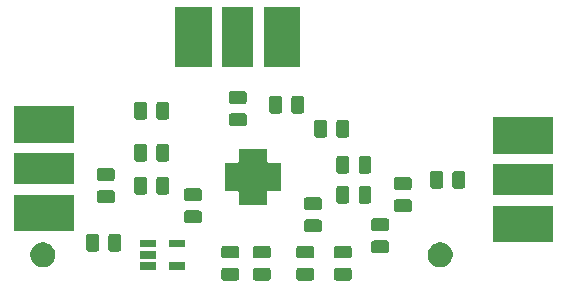
<source format=gts>
G04 #@! TF.GenerationSoftware,KiCad,Pcbnew,5.0.2-bee76a0~70~ubuntu18.04.1*
G04 #@! TF.CreationDate,2019-03-07T22:18:03-05:00*
G04 #@! TF.ProjectId,mixer,6d697865-722e-46b6-9963-61645f706362,rev?*
G04 #@! TF.SameCoordinates,Original*
G04 #@! TF.FileFunction,Soldermask,Top*
G04 #@! TF.FilePolarity,Negative*
%FSLAX46Y46*%
G04 Gerber Fmt 4.6, Leading zero omitted, Abs format (unit mm)*
G04 Created by KiCad (PCBNEW 5.0.2-bee76a0~70~ubuntu18.04.1) date Thu 07 Mar 2019 10:18:03 PM EST*
%MOMM*%
%LPD*%
G01*
G04 APERTURE LIST*
%ADD10C,0.100000*%
G04 APERTURE END LIST*
D10*
G36*
X144094466Y-88747065D02*
X144133137Y-88758796D01*
X144168779Y-88777848D01*
X144200017Y-88803483D01*
X144225652Y-88834721D01*
X144244704Y-88870363D01*
X144256435Y-88909034D01*
X144261000Y-88955388D01*
X144261000Y-89606612D01*
X144256435Y-89652966D01*
X144244704Y-89691637D01*
X144225652Y-89727279D01*
X144200017Y-89758517D01*
X144168779Y-89784152D01*
X144133137Y-89803204D01*
X144094466Y-89814935D01*
X144048112Y-89819500D01*
X142971888Y-89819500D01*
X142925534Y-89814935D01*
X142886863Y-89803204D01*
X142851221Y-89784152D01*
X142819983Y-89758517D01*
X142794348Y-89727279D01*
X142775296Y-89691637D01*
X142763565Y-89652966D01*
X142759000Y-89606612D01*
X142759000Y-88955388D01*
X142763565Y-88909034D01*
X142775296Y-88870363D01*
X142794348Y-88834721D01*
X142819983Y-88803483D01*
X142851221Y-88777848D01*
X142886863Y-88758796D01*
X142925534Y-88747065D01*
X142971888Y-88742500D01*
X144048112Y-88742500D01*
X144094466Y-88747065D01*
X144094466Y-88747065D01*
G37*
G36*
X140919466Y-88747065D02*
X140958137Y-88758796D01*
X140993779Y-88777848D01*
X141025017Y-88803483D01*
X141050652Y-88834721D01*
X141069704Y-88870363D01*
X141081435Y-88909034D01*
X141086000Y-88955388D01*
X141086000Y-89606612D01*
X141081435Y-89652966D01*
X141069704Y-89691637D01*
X141050652Y-89727279D01*
X141025017Y-89758517D01*
X140993779Y-89784152D01*
X140958137Y-89803204D01*
X140919466Y-89814935D01*
X140873112Y-89819500D01*
X139796888Y-89819500D01*
X139750534Y-89814935D01*
X139711863Y-89803204D01*
X139676221Y-89784152D01*
X139644983Y-89758517D01*
X139619348Y-89727279D01*
X139600296Y-89691637D01*
X139588565Y-89652966D01*
X139584000Y-89606612D01*
X139584000Y-88955388D01*
X139588565Y-88909034D01*
X139600296Y-88870363D01*
X139619348Y-88834721D01*
X139644983Y-88803483D01*
X139676221Y-88777848D01*
X139711863Y-88758796D01*
X139750534Y-88747065D01*
X139796888Y-88742500D01*
X140873112Y-88742500D01*
X140919466Y-88747065D01*
X140919466Y-88747065D01*
G37*
G36*
X137236466Y-88747065D02*
X137275137Y-88758796D01*
X137310779Y-88777848D01*
X137342017Y-88803483D01*
X137367652Y-88834721D01*
X137386704Y-88870363D01*
X137398435Y-88909034D01*
X137403000Y-88955388D01*
X137403000Y-89606612D01*
X137398435Y-89652966D01*
X137386704Y-89691637D01*
X137367652Y-89727279D01*
X137342017Y-89758517D01*
X137310779Y-89784152D01*
X137275137Y-89803204D01*
X137236466Y-89814935D01*
X137190112Y-89819500D01*
X136113888Y-89819500D01*
X136067534Y-89814935D01*
X136028863Y-89803204D01*
X135993221Y-89784152D01*
X135961983Y-89758517D01*
X135936348Y-89727279D01*
X135917296Y-89691637D01*
X135905565Y-89652966D01*
X135901000Y-89606612D01*
X135901000Y-88955388D01*
X135905565Y-88909034D01*
X135917296Y-88870363D01*
X135936348Y-88834721D01*
X135961983Y-88803483D01*
X135993221Y-88777848D01*
X136028863Y-88758796D01*
X136067534Y-88747065D01*
X136113888Y-88742500D01*
X137190112Y-88742500D01*
X137236466Y-88747065D01*
X137236466Y-88747065D01*
G37*
G36*
X134569466Y-88747065D02*
X134608137Y-88758796D01*
X134643779Y-88777848D01*
X134675017Y-88803483D01*
X134700652Y-88834721D01*
X134719704Y-88870363D01*
X134731435Y-88909034D01*
X134736000Y-88955388D01*
X134736000Y-89606612D01*
X134731435Y-89652966D01*
X134719704Y-89691637D01*
X134700652Y-89727279D01*
X134675017Y-89758517D01*
X134643779Y-89784152D01*
X134608137Y-89803204D01*
X134569466Y-89814935D01*
X134523112Y-89819500D01*
X133446888Y-89819500D01*
X133400534Y-89814935D01*
X133361863Y-89803204D01*
X133326221Y-89784152D01*
X133294983Y-89758517D01*
X133269348Y-89727279D01*
X133250296Y-89691637D01*
X133238565Y-89652966D01*
X133234000Y-89606612D01*
X133234000Y-88955388D01*
X133238565Y-88909034D01*
X133250296Y-88870363D01*
X133269348Y-88834721D01*
X133294983Y-88803483D01*
X133326221Y-88777848D01*
X133361863Y-88758796D01*
X133400534Y-88747065D01*
X133446888Y-88742500D01*
X134523112Y-88742500D01*
X134569466Y-88747065D01*
X134569466Y-88747065D01*
G37*
G36*
X130175200Y-88900200D02*
X128803200Y-88900200D01*
X128803200Y-88239400D01*
X130175200Y-88239400D01*
X130175200Y-88900200D01*
X130175200Y-88900200D01*
G37*
G36*
X127736800Y-88900200D02*
X126364800Y-88900200D01*
X126364800Y-88239400D01*
X127736800Y-88239400D01*
X127736800Y-88900200D01*
X127736800Y-88900200D01*
G37*
G36*
X118416414Y-86619879D02*
X118416416Y-86619880D01*
X118416417Y-86619880D01*
X118599584Y-86695750D01*
X118607594Y-86699068D01*
X118779651Y-86814033D01*
X118925967Y-86960349D01*
X118925969Y-86960352D01*
X119040932Y-87132406D01*
X119118480Y-87319623D01*
X119120121Y-87323586D01*
X119160490Y-87526534D01*
X119160490Y-87733466D01*
X119120121Y-87936414D01*
X119040932Y-88127594D01*
X118925967Y-88299651D01*
X118779651Y-88445967D01*
X118779648Y-88445969D01*
X118607594Y-88560932D01*
X118416417Y-88640120D01*
X118416416Y-88640120D01*
X118416414Y-88640121D01*
X118213466Y-88680490D01*
X118006534Y-88680490D01*
X117803586Y-88640121D01*
X117803584Y-88640120D01*
X117803583Y-88640120D01*
X117612406Y-88560932D01*
X117440352Y-88445969D01*
X117440349Y-88445967D01*
X117294033Y-88299651D01*
X117179068Y-88127594D01*
X117099879Y-87936414D01*
X117059510Y-87733466D01*
X117059510Y-87526534D01*
X117099879Y-87323586D01*
X117101521Y-87319623D01*
X117179068Y-87132406D01*
X117294031Y-86960352D01*
X117294033Y-86960349D01*
X117440349Y-86814033D01*
X117612406Y-86699068D01*
X117620416Y-86695750D01*
X117803583Y-86619880D01*
X117803584Y-86619880D01*
X117803586Y-86619879D01*
X118006534Y-86579510D01*
X118213466Y-86579510D01*
X118416414Y-86619879D01*
X118416414Y-86619879D01*
G37*
G36*
X152071414Y-86619879D02*
X152071416Y-86619880D01*
X152071417Y-86619880D01*
X152254584Y-86695750D01*
X152262594Y-86699068D01*
X152434651Y-86814033D01*
X152580967Y-86960349D01*
X152580969Y-86960352D01*
X152695932Y-87132406D01*
X152773480Y-87319623D01*
X152775121Y-87323586D01*
X152815490Y-87526534D01*
X152815490Y-87733466D01*
X152775121Y-87936414D01*
X152695932Y-88127594D01*
X152580967Y-88299651D01*
X152434651Y-88445967D01*
X152434648Y-88445969D01*
X152262594Y-88560932D01*
X152071417Y-88640120D01*
X152071416Y-88640120D01*
X152071414Y-88640121D01*
X151868466Y-88680490D01*
X151661534Y-88680490D01*
X151458586Y-88640121D01*
X151458584Y-88640120D01*
X151458583Y-88640120D01*
X151267406Y-88560932D01*
X151095352Y-88445969D01*
X151095349Y-88445967D01*
X150949033Y-88299651D01*
X150834068Y-88127594D01*
X150754879Y-87936414D01*
X150714510Y-87733466D01*
X150714510Y-87526534D01*
X150754879Y-87323586D01*
X150756521Y-87319623D01*
X150834068Y-87132406D01*
X150949031Y-86960352D01*
X150949033Y-86960349D01*
X151095349Y-86814033D01*
X151267406Y-86699068D01*
X151275416Y-86695750D01*
X151458583Y-86619880D01*
X151458584Y-86619880D01*
X151458586Y-86619879D01*
X151661534Y-86579510D01*
X151868466Y-86579510D01*
X152071414Y-86619879D01*
X152071414Y-86619879D01*
G37*
G36*
X127736800Y-87960400D02*
X126364800Y-87960400D01*
X126364800Y-87299600D01*
X127736800Y-87299600D01*
X127736800Y-87960400D01*
X127736800Y-87960400D01*
G37*
G36*
X134569466Y-86872065D02*
X134608137Y-86883796D01*
X134643779Y-86902848D01*
X134675017Y-86928483D01*
X134700652Y-86959721D01*
X134719704Y-86995363D01*
X134731435Y-87034034D01*
X134736000Y-87080388D01*
X134736000Y-87731612D01*
X134731435Y-87777966D01*
X134719704Y-87816637D01*
X134700652Y-87852279D01*
X134675017Y-87883517D01*
X134643779Y-87909152D01*
X134608137Y-87928204D01*
X134569466Y-87939935D01*
X134523112Y-87944500D01*
X133446888Y-87944500D01*
X133400534Y-87939935D01*
X133361863Y-87928204D01*
X133326221Y-87909152D01*
X133294983Y-87883517D01*
X133269348Y-87852279D01*
X133250296Y-87816637D01*
X133238565Y-87777966D01*
X133234000Y-87731612D01*
X133234000Y-87080388D01*
X133238565Y-87034034D01*
X133250296Y-86995363D01*
X133269348Y-86959721D01*
X133294983Y-86928483D01*
X133326221Y-86902848D01*
X133361863Y-86883796D01*
X133400534Y-86872065D01*
X133446888Y-86867500D01*
X134523112Y-86867500D01*
X134569466Y-86872065D01*
X134569466Y-86872065D01*
G37*
G36*
X137236466Y-86872065D02*
X137275137Y-86883796D01*
X137310779Y-86902848D01*
X137342017Y-86928483D01*
X137367652Y-86959721D01*
X137386704Y-86995363D01*
X137398435Y-87034034D01*
X137403000Y-87080388D01*
X137403000Y-87731612D01*
X137398435Y-87777966D01*
X137386704Y-87816637D01*
X137367652Y-87852279D01*
X137342017Y-87883517D01*
X137310779Y-87909152D01*
X137275137Y-87928204D01*
X137236466Y-87939935D01*
X137190112Y-87944500D01*
X136113888Y-87944500D01*
X136067534Y-87939935D01*
X136028863Y-87928204D01*
X135993221Y-87909152D01*
X135961983Y-87883517D01*
X135936348Y-87852279D01*
X135917296Y-87816637D01*
X135905565Y-87777966D01*
X135901000Y-87731612D01*
X135901000Y-87080388D01*
X135905565Y-87034034D01*
X135917296Y-86995363D01*
X135936348Y-86959721D01*
X135961983Y-86928483D01*
X135993221Y-86902848D01*
X136028863Y-86883796D01*
X136067534Y-86872065D01*
X136113888Y-86867500D01*
X137190112Y-86867500D01*
X137236466Y-86872065D01*
X137236466Y-86872065D01*
G37*
G36*
X140919466Y-86872065D02*
X140958137Y-86883796D01*
X140993779Y-86902848D01*
X141025017Y-86928483D01*
X141050652Y-86959721D01*
X141069704Y-86995363D01*
X141081435Y-87034034D01*
X141086000Y-87080388D01*
X141086000Y-87731612D01*
X141081435Y-87777966D01*
X141069704Y-87816637D01*
X141050652Y-87852279D01*
X141025017Y-87883517D01*
X140993779Y-87909152D01*
X140958137Y-87928204D01*
X140919466Y-87939935D01*
X140873112Y-87944500D01*
X139796888Y-87944500D01*
X139750534Y-87939935D01*
X139711863Y-87928204D01*
X139676221Y-87909152D01*
X139644983Y-87883517D01*
X139619348Y-87852279D01*
X139600296Y-87816637D01*
X139588565Y-87777966D01*
X139584000Y-87731612D01*
X139584000Y-87080388D01*
X139588565Y-87034034D01*
X139600296Y-86995363D01*
X139619348Y-86959721D01*
X139644983Y-86928483D01*
X139676221Y-86902848D01*
X139711863Y-86883796D01*
X139750534Y-86872065D01*
X139796888Y-86867500D01*
X140873112Y-86867500D01*
X140919466Y-86872065D01*
X140919466Y-86872065D01*
G37*
G36*
X144094466Y-86872065D02*
X144133137Y-86883796D01*
X144168779Y-86902848D01*
X144200017Y-86928483D01*
X144225652Y-86959721D01*
X144244704Y-86995363D01*
X144256435Y-87034034D01*
X144261000Y-87080388D01*
X144261000Y-87731612D01*
X144256435Y-87777966D01*
X144244704Y-87816637D01*
X144225652Y-87852279D01*
X144200017Y-87883517D01*
X144168779Y-87909152D01*
X144133137Y-87928204D01*
X144094466Y-87939935D01*
X144048112Y-87944500D01*
X142971888Y-87944500D01*
X142925534Y-87939935D01*
X142886863Y-87928204D01*
X142851221Y-87909152D01*
X142819983Y-87883517D01*
X142794348Y-87852279D01*
X142775296Y-87816637D01*
X142763565Y-87777966D01*
X142759000Y-87731612D01*
X142759000Y-87080388D01*
X142763565Y-87034034D01*
X142775296Y-86995363D01*
X142794348Y-86959721D01*
X142819983Y-86928483D01*
X142851221Y-86902848D01*
X142886863Y-86883796D01*
X142925534Y-86872065D01*
X142971888Y-86867500D01*
X144048112Y-86867500D01*
X144094466Y-86872065D01*
X144094466Y-86872065D01*
G37*
G36*
X147269466Y-86431065D02*
X147308137Y-86442796D01*
X147343779Y-86461848D01*
X147375017Y-86487483D01*
X147400652Y-86518721D01*
X147419704Y-86554363D01*
X147431435Y-86593034D01*
X147436000Y-86639388D01*
X147436000Y-87290612D01*
X147431435Y-87336966D01*
X147419704Y-87375637D01*
X147400652Y-87411279D01*
X147375017Y-87442517D01*
X147343779Y-87468152D01*
X147308137Y-87487204D01*
X147269466Y-87498935D01*
X147223112Y-87503500D01*
X146146888Y-87503500D01*
X146100534Y-87498935D01*
X146061863Y-87487204D01*
X146026221Y-87468152D01*
X145994983Y-87442517D01*
X145969348Y-87411279D01*
X145950296Y-87375637D01*
X145938565Y-87336966D01*
X145934000Y-87290612D01*
X145934000Y-86639388D01*
X145938565Y-86593034D01*
X145950296Y-86554363D01*
X145969348Y-86518721D01*
X145994983Y-86487483D01*
X146026221Y-86461848D01*
X146061863Y-86442796D01*
X146100534Y-86431065D01*
X146146888Y-86426500D01*
X147223112Y-86426500D01*
X147269466Y-86431065D01*
X147269466Y-86431065D01*
G37*
G36*
X124577966Y-85867565D02*
X124616637Y-85879296D01*
X124652279Y-85898348D01*
X124683517Y-85923983D01*
X124709152Y-85955221D01*
X124728204Y-85990863D01*
X124739935Y-86029534D01*
X124744500Y-86075888D01*
X124744500Y-87152112D01*
X124739935Y-87198466D01*
X124728204Y-87237137D01*
X124709152Y-87272779D01*
X124683517Y-87304017D01*
X124652279Y-87329652D01*
X124616637Y-87348704D01*
X124577966Y-87360435D01*
X124531612Y-87365000D01*
X123880388Y-87365000D01*
X123834034Y-87360435D01*
X123795363Y-87348704D01*
X123759721Y-87329652D01*
X123728483Y-87304017D01*
X123702848Y-87272779D01*
X123683796Y-87237137D01*
X123672065Y-87198466D01*
X123667500Y-87152112D01*
X123667500Y-86075888D01*
X123672065Y-86029534D01*
X123683796Y-85990863D01*
X123702848Y-85955221D01*
X123728483Y-85923983D01*
X123759721Y-85898348D01*
X123795363Y-85879296D01*
X123834034Y-85867565D01*
X123880388Y-85863000D01*
X124531612Y-85863000D01*
X124577966Y-85867565D01*
X124577966Y-85867565D01*
G37*
G36*
X122702966Y-85867565D02*
X122741637Y-85879296D01*
X122777279Y-85898348D01*
X122808517Y-85923983D01*
X122834152Y-85955221D01*
X122853204Y-85990863D01*
X122864935Y-86029534D01*
X122869500Y-86075888D01*
X122869500Y-87152112D01*
X122864935Y-87198466D01*
X122853204Y-87237137D01*
X122834152Y-87272779D01*
X122808517Y-87304017D01*
X122777279Y-87329652D01*
X122741637Y-87348704D01*
X122702966Y-87360435D01*
X122656612Y-87365000D01*
X122005388Y-87365000D01*
X121959034Y-87360435D01*
X121920363Y-87348704D01*
X121884721Y-87329652D01*
X121853483Y-87304017D01*
X121827848Y-87272779D01*
X121808796Y-87237137D01*
X121797065Y-87198466D01*
X121792500Y-87152112D01*
X121792500Y-86075888D01*
X121797065Y-86029534D01*
X121808796Y-85990863D01*
X121827848Y-85955221D01*
X121853483Y-85923983D01*
X121884721Y-85898348D01*
X121920363Y-85879296D01*
X121959034Y-85867565D01*
X122005388Y-85863000D01*
X122656612Y-85863000D01*
X122702966Y-85867565D01*
X122702966Y-85867565D01*
G37*
G36*
X130175200Y-87020600D02*
X128803200Y-87020600D01*
X128803200Y-86359800D01*
X130175200Y-86359800D01*
X130175200Y-87020600D01*
X130175200Y-87020600D01*
G37*
G36*
X127736800Y-87020600D02*
X126364800Y-87020600D01*
X126364800Y-86359800D01*
X127736800Y-86359800D01*
X127736800Y-87020600D01*
X127736800Y-87020600D01*
G37*
G36*
X161301000Y-86581000D02*
X156199000Y-86581000D01*
X156199000Y-83479000D01*
X161301000Y-83479000D01*
X161301000Y-86581000D01*
X161301000Y-86581000D01*
G37*
G36*
X141554466Y-84653065D02*
X141593137Y-84664796D01*
X141628779Y-84683848D01*
X141660017Y-84709483D01*
X141685652Y-84740721D01*
X141704704Y-84776363D01*
X141716435Y-84815034D01*
X141721000Y-84861388D01*
X141721000Y-85512612D01*
X141716435Y-85558966D01*
X141704704Y-85597637D01*
X141685652Y-85633279D01*
X141660017Y-85664517D01*
X141628779Y-85690152D01*
X141593137Y-85709204D01*
X141554466Y-85720935D01*
X141508112Y-85725500D01*
X140431888Y-85725500D01*
X140385534Y-85720935D01*
X140346863Y-85709204D01*
X140311221Y-85690152D01*
X140279983Y-85664517D01*
X140254348Y-85633279D01*
X140235296Y-85597637D01*
X140223565Y-85558966D01*
X140219000Y-85512612D01*
X140219000Y-84861388D01*
X140223565Y-84815034D01*
X140235296Y-84776363D01*
X140254348Y-84740721D01*
X140279983Y-84709483D01*
X140311221Y-84683848D01*
X140346863Y-84664796D01*
X140385534Y-84653065D01*
X140431888Y-84648500D01*
X141508112Y-84648500D01*
X141554466Y-84653065D01*
X141554466Y-84653065D01*
G37*
G36*
X120788000Y-85649000D02*
X115686000Y-85649000D01*
X115686000Y-82547000D01*
X120788000Y-82547000D01*
X120788000Y-85649000D01*
X120788000Y-85649000D01*
G37*
G36*
X147269466Y-84556065D02*
X147308137Y-84567796D01*
X147343779Y-84586848D01*
X147375017Y-84612483D01*
X147400652Y-84643721D01*
X147419704Y-84679363D01*
X147431435Y-84718034D01*
X147436000Y-84764388D01*
X147436000Y-85415612D01*
X147431435Y-85461966D01*
X147419704Y-85500637D01*
X147400652Y-85536279D01*
X147375017Y-85567517D01*
X147343779Y-85593152D01*
X147308137Y-85612204D01*
X147269466Y-85623935D01*
X147223112Y-85628500D01*
X146146888Y-85628500D01*
X146100534Y-85623935D01*
X146061863Y-85612204D01*
X146026221Y-85593152D01*
X145994983Y-85567517D01*
X145969348Y-85536279D01*
X145950296Y-85500637D01*
X145938565Y-85461966D01*
X145934000Y-85415612D01*
X145934000Y-84764388D01*
X145938565Y-84718034D01*
X145950296Y-84679363D01*
X145969348Y-84643721D01*
X145994983Y-84612483D01*
X146026221Y-84586848D01*
X146061863Y-84567796D01*
X146100534Y-84556065D01*
X146146888Y-84551500D01*
X147223112Y-84551500D01*
X147269466Y-84556065D01*
X147269466Y-84556065D01*
G37*
G36*
X131394466Y-83891065D02*
X131433137Y-83902796D01*
X131468779Y-83921848D01*
X131500017Y-83947483D01*
X131525652Y-83978721D01*
X131544704Y-84014363D01*
X131556435Y-84053034D01*
X131561000Y-84099388D01*
X131561000Y-84750612D01*
X131556435Y-84796966D01*
X131544704Y-84835637D01*
X131525652Y-84871279D01*
X131500017Y-84902517D01*
X131468779Y-84928152D01*
X131433137Y-84947204D01*
X131394466Y-84958935D01*
X131348112Y-84963500D01*
X130271888Y-84963500D01*
X130225534Y-84958935D01*
X130186863Y-84947204D01*
X130151221Y-84928152D01*
X130119983Y-84902517D01*
X130094348Y-84871279D01*
X130075296Y-84835637D01*
X130063565Y-84796966D01*
X130059000Y-84750612D01*
X130059000Y-84099388D01*
X130063565Y-84053034D01*
X130075296Y-84014363D01*
X130094348Y-83978721D01*
X130119983Y-83947483D01*
X130151221Y-83921848D01*
X130186863Y-83902796D01*
X130225534Y-83891065D01*
X130271888Y-83886500D01*
X131348112Y-83886500D01*
X131394466Y-83891065D01*
X131394466Y-83891065D01*
G37*
G36*
X149174466Y-82953565D02*
X149213137Y-82965296D01*
X149248779Y-82984348D01*
X149280017Y-83009983D01*
X149305652Y-83041221D01*
X149324704Y-83076863D01*
X149336435Y-83115534D01*
X149341000Y-83161888D01*
X149341000Y-83813112D01*
X149336435Y-83859466D01*
X149324704Y-83898137D01*
X149305652Y-83933779D01*
X149280017Y-83965017D01*
X149248779Y-83990652D01*
X149213137Y-84009704D01*
X149174466Y-84021435D01*
X149128112Y-84026000D01*
X148051888Y-84026000D01*
X148005534Y-84021435D01*
X147966863Y-84009704D01*
X147931221Y-83990652D01*
X147899983Y-83965017D01*
X147874348Y-83933779D01*
X147855296Y-83898137D01*
X147843565Y-83859466D01*
X147839000Y-83813112D01*
X147839000Y-83161888D01*
X147843565Y-83115534D01*
X147855296Y-83076863D01*
X147874348Y-83041221D01*
X147899983Y-83009983D01*
X147931221Y-82984348D01*
X147966863Y-82965296D01*
X148005534Y-82953565D01*
X148051888Y-82949000D01*
X149128112Y-82949000D01*
X149174466Y-82953565D01*
X149174466Y-82953565D01*
G37*
G36*
X141554466Y-82778065D02*
X141593137Y-82789796D01*
X141628779Y-82808848D01*
X141660017Y-82834483D01*
X141685652Y-82865721D01*
X141704704Y-82901363D01*
X141716435Y-82940034D01*
X141721000Y-82986388D01*
X141721000Y-83637612D01*
X141716435Y-83683966D01*
X141704704Y-83722637D01*
X141685652Y-83758279D01*
X141660017Y-83789517D01*
X141628779Y-83815152D01*
X141593137Y-83834204D01*
X141554466Y-83845935D01*
X141508112Y-83850500D01*
X140431888Y-83850500D01*
X140385534Y-83845935D01*
X140346863Y-83834204D01*
X140311221Y-83815152D01*
X140279983Y-83789517D01*
X140254348Y-83758279D01*
X140235296Y-83722637D01*
X140223565Y-83683966D01*
X140219000Y-83637612D01*
X140219000Y-82986388D01*
X140223565Y-82940034D01*
X140235296Y-82901363D01*
X140254348Y-82865721D01*
X140279983Y-82834483D01*
X140311221Y-82808848D01*
X140346863Y-82789796D01*
X140385534Y-82778065D01*
X140431888Y-82773500D01*
X141508112Y-82773500D01*
X141554466Y-82778065D01*
X141554466Y-82778065D01*
G37*
G36*
X137084000Y-79707000D02*
X137086402Y-79731386D01*
X137093515Y-79754835D01*
X137105066Y-79776446D01*
X137120612Y-79795388D01*
X137139554Y-79810934D01*
X137161165Y-79822485D01*
X137184614Y-79829598D01*
X137209000Y-79832000D01*
X138252400Y-79832000D01*
X138252400Y-82220000D01*
X137209000Y-82220000D01*
X137184614Y-82222402D01*
X137161165Y-82229515D01*
X137139554Y-82241066D01*
X137120612Y-82256612D01*
X137105066Y-82275554D01*
X137093515Y-82297165D01*
X137086402Y-82320614D01*
X137084000Y-82345000D01*
X137084000Y-83388400D01*
X134696000Y-83388400D01*
X134696000Y-82345000D01*
X134693598Y-82320614D01*
X134686485Y-82297165D01*
X134674934Y-82275554D01*
X134659388Y-82256612D01*
X134640446Y-82241066D01*
X134618835Y-82229515D01*
X134595386Y-82222402D01*
X134571000Y-82220000D01*
X133527600Y-82220000D01*
X133527600Y-79832000D01*
X134571000Y-79832000D01*
X134595386Y-79829598D01*
X134618835Y-79822485D01*
X134640446Y-79810934D01*
X134659388Y-79795388D01*
X134674934Y-79776446D01*
X134686485Y-79754835D01*
X134693598Y-79731386D01*
X134696000Y-79707000D01*
X134696000Y-78663600D01*
X137084000Y-78663600D01*
X137084000Y-79707000D01*
X137084000Y-79707000D01*
G37*
G36*
X145756966Y-81803565D02*
X145795637Y-81815296D01*
X145831279Y-81834348D01*
X145862517Y-81859983D01*
X145888152Y-81891221D01*
X145907204Y-81926863D01*
X145918935Y-81965534D01*
X145923500Y-82011888D01*
X145923500Y-83088112D01*
X145918935Y-83134466D01*
X145907204Y-83173137D01*
X145888152Y-83208779D01*
X145862517Y-83240017D01*
X145831279Y-83265652D01*
X145795637Y-83284704D01*
X145756966Y-83296435D01*
X145710612Y-83301000D01*
X145059388Y-83301000D01*
X145013034Y-83296435D01*
X144974363Y-83284704D01*
X144938721Y-83265652D01*
X144907483Y-83240017D01*
X144881848Y-83208779D01*
X144862796Y-83173137D01*
X144851065Y-83134466D01*
X144846500Y-83088112D01*
X144846500Y-82011888D01*
X144851065Y-81965534D01*
X144862796Y-81926863D01*
X144881848Y-81891221D01*
X144907483Y-81859983D01*
X144938721Y-81834348D01*
X144974363Y-81815296D01*
X145013034Y-81803565D01*
X145059388Y-81799000D01*
X145710612Y-81799000D01*
X145756966Y-81803565D01*
X145756966Y-81803565D01*
G37*
G36*
X143881966Y-81803565D02*
X143920637Y-81815296D01*
X143956279Y-81834348D01*
X143987517Y-81859983D01*
X144013152Y-81891221D01*
X144032204Y-81926863D01*
X144043935Y-81965534D01*
X144048500Y-82011888D01*
X144048500Y-83088112D01*
X144043935Y-83134466D01*
X144032204Y-83173137D01*
X144013152Y-83208779D01*
X143987517Y-83240017D01*
X143956279Y-83265652D01*
X143920637Y-83284704D01*
X143881966Y-83296435D01*
X143835612Y-83301000D01*
X143184388Y-83301000D01*
X143138034Y-83296435D01*
X143099363Y-83284704D01*
X143063721Y-83265652D01*
X143032483Y-83240017D01*
X143006848Y-83208779D01*
X142987796Y-83173137D01*
X142976065Y-83134466D01*
X142971500Y-83088112D01*
X142971500Y-82011888D01*
X142976065Y-81965534D01*
X142987796Y-81926863D01*
X143006848Y-81891221D01*
X143032483Y-81859983D01*
X143063721Y-81834348D01*
X143099363Y-81815296D01*
X143138034Y-81803565D01*
X143184388Y-81799000D01*
X143835612Y-81799000D01*
X143881966Y-81803565D01*
X143881966Y-81803565D01*
G37*
G36*
X124028466Y-82191565D02*
X124067137Y-82203296D01*
X124102779Y-82222348D01*
X124134017Y-82247983D01*
X124159652Y-82279221D01*
X124178704Y-82314863D01*
X124190435Y-82353534D01*
X124195000Y-82399888D01*
X124195000Y-83051112D01*
X124190435Y-83097466D01*
X124178704Y-83136137D01*
X124159652Y-83171779D01*
X124134017Y-83203017D01*
X124102779Y-83228652D01*
X124067137Y-83247704D01*
X124028466Y-83259435D01*
X123982112Y-83264000D01*
X122905888Y-83264000D01*
X122859534Y-83259435D01*
X122820863Y-83247704D01*
X122785221Y-83228652D01*
X122753983Y-83203017D01*
X122728348Y-83171779D01*
X122709296Y-83136137D01*
X122697565Y-83097466D01*
X122693000Y-83051112D01*
X122693000Y-82399888D01*
X122697565Y-82353534D01*
X122709296Y-82314863D01*
X122728348Y-82279221D01*
X122753983Y-82247983D01*
X122785221Y-82222348D01*
X122820863Y-82203296D01*
X122859534Y-82191565D01*
X122905888Y-82187000D01*
X123982112Y-82187000D01*
X124028466Y-82191565D01*
X124028466Y-82191565D01*
G37*
G36*
X131394466Y-82016065D02*
X131433137Y-82027796D01*
X131468779Y-82046848D01*
X131500017Y-82072483D01*
X131525652Y-82103721D01*
X131544704Y-82139363D01*
X131556435Y-82178034D01*
X131561000Y-82224388D01*
X131561000Y-82875612D01*
X131556435Y-82921966D01*
X131544704Y-82960637D01*
X131525652Y-82996279D01*
X131500017Y-83027517D01*
X131468779Y-83053152D01*
X131433137Y-83072204D01*
X131394466Y-83083935D01*
X131348112Y-83088500D01*
X130271888Y-83088500D01*
X130225534Y-83083935D01*
X130186863Y-83072204D01*
X130151221Y-83053152D01*
X130119983Y-83027517D01*
X130094348Y-82996279D01*
X130075296Y-82960637D01*
X130063565Y-82921966D01*
X130059000Y-82875612D01*
X130059000Y-82224388D01*
X130063565Y-82178034D01*
X130075296Y-82139363D01*
X130094348Y-82103721D01*
X130119983Y-82072483D01*
X130151221Y-82046848D01*
X130186863Y-82027796D01*
X130225534Y-82016065D01*
X130271888Y-82011500D01*
X131348112Y-82011500D01*
X131394466Y-82016065D01*
X131394466Y-82016065D01*
G37*
G36*
X161301000Y-82581000D02*
X156199000Y-82581000D01*
X156199000Y-79979000D01*
X161301000Y-79979000D01*
X161301000Y-82581000D01*
X161301000Y-82581000D01*
G37*
G36*
X126766966Y-81041565D02*
X126805637Y-81053296D01*
X126841279Y-81072348D01*
X126872517Y-81097983D01*
X126898152Y-81129221D01*
X126917204Y-81164863D01*
X126928935Y-81203534D01*
X126933500Y-81249888D01*
X126933500Y-82326112D01*
X126928935Y-82372466D01*
X126917204Y-82411137D01*
X126898152Y-82446779D01*
X126872517Y-82478017D01*
X126841279Y-82503652D01*
X126805637Y-82522704D01*
X126766966Y-82534435D01*
X126720612Y-82539000D01*
X126069388Y-82539000D01*
X126023034Y-82534435D01*
X125984363Y-82522704D01*
X125948721Y-82503652D01*
X125917483Y-82478017D01*
X125891848Y-82446779D01*
X125872796Y-82411137D01*
X125861065Y-82372466D01*
X125856500Y-82326112D01*
X125856500Y-81249888D01*
X125861065Y-81203534D01*
X125872796Y-81164863D01*
X125891848Y-81129221D01*
X125917483Y-81097983D01*
X125948721Y-81072348D01*
X125984363Y-81053296D01*
X126023034Y-81041565D01*
X126069388Y-81037000D01*
X126720612Y-81037000D01*
X126766966Y-81041565D01*
X126766966Y-81041565D01*
G37*
G36*
X128641966Y-81041565D02*
X128680637Y-81053296D01*
X128716279Y-81072348D01*
X128747517Y-81097983D01*
X128773152Y-81129221D01*
X128792204Y-81164863D01*
X128803935Y-81203534D01*
X128808500Y-81249888D01*
X128808500Y-82326112D01*
X128803935Y-82372466D01*
X128792204Y-82411137D01*
X128773152Y-82446779D01*
X128747517Y-82478017D01*
X128716279Y-82503652D01*
X128680637Y-82522704D01*
X128641966Y-82534435D01*
X128595612Y-82539000D01*
X127944388Y-82539000D01*
X127898034Y-82534435D01*
X127859363Y-82522704D01*
X127823721Y-82503652D01*
X127792483Y-82478017D01*
X127766848Y-82446779D01*
X127747796Y-82411137D01*
X127736065Y-82372466D01*
X127731500Y-82326112D01*
X127731500Y-81249888D01*
X127736065Y-81203534D01*
X127747796Y-81164863D01*
X127766848Y-81129221D01*
X127792483Y-81097983D01*
X127823721Y-81072348D01*
X127859363Y-81053296D01*
X127898034Y-81041565D01*
X127944388Y-81037000D01*
X128595612Y-81037000D01*
X128641966Y-81041565D01*
X128641966Y-81041565D01*
G37*
G36*
X149174466Y-81078565D02*
X149213137Y-81090296D01*
X149248779Y-81109348D01*
X149280017Y-81134983D01*
X149305652Y-81166221D01*
X149324704Y-81201863D01*
X149336435Y-81240534D01*
X149341000Y-81286888D01*
X149341000Y-81938112D01*
X149336435Y-81984466D01*
X149324704Y-82023137D01*
X149305652Y-82058779D01*
X149280017Y-82090017D01*
X149248779Y-82115652D01*
X149213137Y-82134704D01*
X149174466Y-82146435D01*
X149128112Y-82151000D01*
X148051888Y-82151000D01*
X148005534Y-82146435D01*
X147966863Y-82134704D01*
X147931221Y-82115652D01*
X147899983Y-82090017D01*
X147874348Y-82058779D01*
X147855296Y-82023137D01*
X147843565Y-81984466D01*
X147839000Y-81938112D01*
X147839000Y-81286888D01*
X147843565Y-81240534D01*
X147855296Y-81201863D01*
X147874348Y-81166221D01*
X147899983Y-81134983D01*
X147931221Y-81109348D01*
X147966863Y-81090296D01*
X148005534Y-81078565D01*
X148051888Y-81074000D01*
X149128112Y-81074000D01*
X149174466Y-81078565D01*
X149174466Y-81078565D01*
G37*
G36*
X153709466Y-80533565D02*
X153748137Y-80545296D01*
X153783779Y-80564348D01*
X153815017Y-80589983D01*
X153840652Y-80621221D01*
X153859704Y-80656863D01*
X153871435Y-80695534D01*
X153876000Y-80741888D01*
X153876000Y-81818112D01*
X153871435Y-81864466D01*
X153859704Y-81903137D01*
X153840652Y-81938779D01*
X153815017Y-81970017D01*
X153783779Y-81995652D01*
X153748137Y-82014704D01*
X153709466Y-82026435D01*
X153663112Y-82031000D01*
X153011888Y-82031000D01*
X152965534Y-82026435D01*
X152926863Y-82014704D01*
X152891221Y-81995652D01*
X152859983Y-81970017D01*
X152834348Y-81938779D01*
X152815296Y-81903137D01*
X152803565Y-81864466D01*
X152799000Y-81818112D01*
X152799000Y-80741888D01*
X152803565Y-80695534D01*
X152815296Y-80656863D01*
X152834348Y-80621221D01*
X152859983Y-80589983D01*
X152891221Y-80564348D01*
X152926863Y-80545296D01*
X152965534Y-80533565D01*
X153011888Y-80529000D01*
X153663112Y-80529000D01*
X153709466Y-80533565D01*
X153709466Y-80533565D01*
G37*
G36*
X151834466Y-80533565D02*
X151873137Y-80545296D01*
X151908779Y-80564348D01*
X151940017Y-80589983D01*
X151965652Y-80621221D01*
X151984704Y-80656863D01*
X151996435Y-80695534D01*
X152001000Y-80741888D01*
X152001000Y-81818112D01*
X151996435Y-81864466D01*
X151984704Y-81903137D01*
X151965652Y-81938779D01*
X151940017Y-81970017D01*
X151908779Y-81995652D01*
X151873137Y-82014704D01*
X151834466Y-82026435D01*
X151788112Y-82031000D01*
X151136888Y-82031000D01*
X151090534Y-82026435D01*
X151051863Y-82014704D01*
X151016221Y-81995652D01*
X150984983Y-81970017D01*
X150959348Y-81938779D01*
X150940296Y-81903137D01*
X150928565Y-81864466D01*
X150924000Y-81818112D01*
X150924000Y-80741888D01*
X150928565Y-80695534D01*
X150940296Y-80656863D01*
X150959348Y-80621221D01*
X150984983Y-80589983D01*
X151016221Y-80564348D01*
X151051863Y-80545296D01*
X151090534Y-80533565D01*
X151136888Y-80529000D01*
X151788112Y-80529000D01*
X151834466Y-80533565D01*
X151834466Y-80533565D01*
G37*
G36*
X120788000Y-81649000D02*
X115686000Y-81649000D01*
X115686000Y-79047000D01*
X120788000Y-79047000D01*
X120788000Y-81649000D01*
X120788000Y-81649000D01*
G37*
G36*
X124028466Y-80316565D02*
X124067137Y-80328296D01*
X124102779Y-80347348D01*
X124134017Y-80372983D01*
X124159652Y-80404221D01*
X124178704Y-80439863D01*
X124190435Y-80478534D01*
X124195000Y-80524888D01*
X124195000Y-81176112D01*
X124190435Y-81222466D01*
X124178704Y-81261137D01*
X124159652Y-81296779D01*
X124134017Y-81328017D01*
X124102779Y-81353652D01*
X124067137Y-81372704D01*
X124028466Y-81384435D01*
X123982112Y-81389000D01*
X122905888Y-81389000D01*
X122859534Y-81384435D01*
X122820863Y-81372704D01*
X122785221Y-81353652D01*
X122753983Y-81328017D01*
X122728348Y-81296779D01*
X122709296Y-81261137D01*
X122697565Y-81222466D01*
X122693000Y-81176112D01*
X122693000Y-80524888D01*
X122697565Y-80478534D01*
X122709296Y-80439863D01*
X122728348Y-80404221D01*
X122753983Y-80372983D01*
X122785221Y-80347348D01*
X122820863Y-80328296D01*
X122859534Y-80316565D01*
X122905888Y-80312000D01*
X123982112Y-80312000D01*
X124028466Y-80316565D01*
X124028466Y-80316565D01*
G37*
G36*
X145756966Y-79263565D02*
X145795637Y-79275296D01*
X145831279Y-79294348D01*
X145862517Y-79319983D01*
X145888152Y-79351221D01*
X145907204Y-79386863D01*
X145918935Y-79425534D01*
X145923500Y-79471888D01*
X145923500Y-80548112D01*
X145918935Y-80594466D01*
X145907204Y-80633137D01*
X145888152Y-80668779D01*
X145862517Y-80700017D01*
X145831279Y-80725652D01*
X145795637Y-80744704D01*
X145756966Y-80756435D01*
X145710612Y-80761000D01*
X145059388Y-80761000D01*
X145013034Y-80756435D01*
X144974363Y-80744704D01*
X144938721Y-80725652D01*
X144907483Y-80700017D01*
X144881848Y-80668779D01*
X144862796Y-80633137D01*
X144851065Y-80594466D01*
X144846500Y-80548112D01*
X144846500Y-79471888D01*
X144851065Y-79425534D01*
X144862796Y-79386863D01*
X144881848Y-79351221D01*
X144907483Y-79319983D01*
X144938721Y-79294348D01*
X144974363Y-79275296D01*
X145013034Y-79263565D01*
X145059388Y-79259000D01*
X145710612Y-79259000D01*
X145756966Y-79263565D01*
X145756966Y-79263565D01*
G37*
G36*
X143881966Y-79263565D02*
X143920637Y-79275296D01*
X143956279Y-79294348D01*
X143987517Y-79319983D01*
X144013152Y-79351221D01*
X144032204Y-79386863D01*
X144043935Y-79425534D01*
X144048500Y-79471888D01*
X144048500Y-80548112D01*
X144043935Y-80594466D01*
X144032204Y-80633137D01*
X144013152Y-80668779D01*
X143987517Y-80700017D01*
X143956279Y-80725652D01*
X143920637Y-80744704D01*
X143881966Y-80756435D01*
X143835612Y-80761000D01*
X143184388Y-80761000D01*
X143138034Y-80756435D01*
X143099363Y-80744704D01*
X143063721Y-80725652D01*
X143032483Y-80700017D01*
X143006848Y-80668779D01*
X142987796Y-80633137D01*
X142976065Y-80594466D01*
X142971500Y-80548112D01*
X142971500Y-79471888D01*
X142976065Y-79425534D01*
X142987796Y-79386863D01*
X143006848Y-79351221D01*
X143032483Y-79319983D01*
X143063721Y-79294348D01*
X143099363Y-79275296D01*
X143138034Y-79263565D01*
X143184388Y-79259000D01*
X143835612Y-79259000D01*
X143881966Y-79263565D01*
X143881966Y-79263565D01*
G37*
G36*
X128641966Y-78247565D02*
X128680637Y-78259296D01*
X128716279Y-78278348D01*
X128747517Y-78303983D01*
X128773152Y-78335221D01*
X128792204Y-78370863D01*
X128803935Y-78409534D01*
X128808500Y-78455888D01*
X128808500Y-79532112D01*
X128803935Y-79578466D01*
X128792204Y-79617137D01*
X128773152Y-79652779D01*
X128747517Y-79684017D01*
X128716279Y-79709652D01*
X128680637Y-79728704D01*
X128641966Y-79740435D01*
X128595612Y-79745000D01*
X127944388Y-79745000D01*
X127898034Y-79740435D01*
X127859363Y-79728704D01*
X127823721Y-79709652D01*
X127792483Y-79684017D01*
X127766848Y-79652779D01*
X127747796Y-79617137D01*
X127736065Y-79578466D01*
X127731500Y-79532112D01*
X127731500Y-78455888D01*
X127736065Y-78409534D01*
X127747796Y-78370863D01*
X127766848Y-78335221D01*
X127792483Y-78303983D01*
X127823721Y-78278348D01*
X127859363Y-78259296D01*
X127898034Y-78247565D01*
X127944388Y-78243000D01*
X128595612Y-78243000D01*
X128641966Y-78247565D01*
X128641966Y-78247565D01*
G37*
G36*
X126766966Y-78247565D02*
X126805637Y-78259296D01*
X126841279Y-78278348D01*
X126872517Y-78303983D01*
X126898152Y-78335221D01*
X126917204Y-78370863D01*
X126928935Y-78409534D01*
X126933500Y-78455888D01*
X126933500Y-79532112D01*
X126928935Y-79578466D01*
X126917204Y-79617137D01*
X126898152Y-79652779D01*
X126872517Y-79684017D01*
X126841279Y-79709652D01*
X126805637Y-79728704D01*
X126766966Y-79740435D01*
X126720612Y-79745000D01*
X126069388Y-79745000D01*
X126023034Y-79740435D01*
X125984363Y-79728704D01*
X125948721Y-79709652D01*
X125917483Y-79684017D01*
X125891848Y-79652779D01*
X125872796Y-79617137D01*
X125861065Y-79578466D01*
X125856500Y-79532112D01*
X125856500Y-78455888D01*
X125861065Y-78409534D01*
X125872796Y-78370863D01*
X125891848Y-78335221D01*
X125917483Y-78303983D01*
X125948721Y-78278348D01*
X125984363Y-78259296D01*
X126023034Y-78247565D01*
X126069388Y-78243000D01*
X126720612Y-78243000D01*
X126766966Y-78247565D01*
X126766966Y-78247565D01*
G37*
G36*
X161301000Y-79081000D02*
X156199000Y-79081000D01*
X156199000Y-75979000D01*
X161301000Y-75979000D01*
X161301000Y-79081000D01*
X161301000Y-79081000D01*
G37*
G36*
X120788000Y-78149000D02*
X115686000Y-78149000D01*
X115686000Y-75047000D01*
X120788000Y-75047000D01*
X120788000Y-78149000D01*
X120788000Y-78149000D01*
G37*
G36*
X142006966Y-76215565D02*
X142045637Y-76227296D01*
X142081279Y-76246348D01*
X142112517Y-76271983D01*
X142138152Y-76303221D01*
X142157204Y-76338863D01*
X142168935Y-76377534D01*
X142173500Y-76423888D01*
X142173500Y-77500112D01*
X142168935Y-77546466D01*
X142157204Y-77585137D01*
X142138152Y-77620779D01*
X142112517Y-77652017D01*
X142081279Y-77677652D01*
X142045637Y-77696704D01*
X142006966Y-77708435D01*
X141960612Y-77713000D01*
X141309388Y-77713000D01*
X141263034Y-77708435D01*
X141224363Y-77696704D01*
X141188721Y-77677652D01*
X141157483Y-77652017D01*
X141131848Y-77620779D01*
X141112796Y-77585137D01*
X141101065Y-77546466D01*
X141096500Y-77500112D01*
X141096500Y-76423888D01*
X141101065Y-76377534D01*
X141112796Y-76338863D01*
X141131848Y-76303221D01*
X141157483Y-76271983D01*
X141188721Y-76246348D01*
X141224363Y-76227296D01*
X141263034Y-76215565D01*
X141309388Y-76211000D01*
X141960612Y-76211000D01*
X142006966Y-76215565D01*
X142006966Y-76215565D01*
G37*
G36*
X143881966Y-76215565D02*
X143920637Y-76227296D01*
X143956279Y-76246348D01*
X143987517Y-76271983D01*
X144013152Y-76303221D01*
X144032204Y-76338863D01*
X144043935Y-76377534D01*
X144048500Y-76423888D01*
X144048500Y-77500112D01*
X144043935Y-77546466D01*
X144032204Y-77585137D01*
X144013152Y-77620779D01*
X143987517Y-77652017D01*
X143956279Y-77677652D01*
X143920637Y-77696704D01*
X143881966Y-77708435D01*
X143835612Y-77713000D01*
X143184388Y-77713000D01*
X143138034Y-77708435D01*
X143099363Y-77696704D01*
X143063721Y-77677652D01*
X143032483Y-77652017D01*
X143006848Y-77620779D01*
X142987796Y-77585137D01*
X142976065Y-77546466D01*
X142971500Y-77500112D01*
X142971500Y-76423888D01*
X142976065Y-76377534D01*
X142987796Y-76338863D01*
X143006848Y-76303221D01*
X143032483Y-76271983D01*
X143063721Y-76246348D01*
X143099363Y-76227296D01*
X143138034Y-76215565D01*
X143184388Y-76211000D01*
X143835612Y-76211000D01*
X143881966Y-76215565D01*
X143881966Y-76215565D01*
G37*
G36*
X135204466Y-75666065D02*
X135243137Y-75677796D01*
X135278779Y-75696848D01*
X135310017Y-75722483D01*
X135335652Y-75753721D01*
X135354704Y-75789363D01*
X135366435Y-75828034D01*
X135371000Y-75874388D01*
X135371000Y-76525612D01*
X135366435Y-76571966D01*
X135354704Y-76610637D01*
X135335652Y-76646279D01*
X135310017Y-76677517D01*
X135278779Y-76703152D01*
X135243137Y-76722204D01*
X135204466Y-76733935D01*
X135158112Y-76738500D01*
X134081888Y-76738500D01*
X134035534Y-76733935D01*
X133996863Y-76722204D01*
X133961221Y-76703152D01*
X133929983Y-76677517D01*
X133904348Y-76646279D01*
X133885296Y-76610637D01*
X133873565Y-76571966D01*
X133869000Y-76525612D01*
X133869000Y-75874388D01*
X133873565Y-75828034D01*
X133885296Y-75789363D01*
X133904348Y-75753721D01*
X133929983Y-75722483D01*
X133961221Y-75696848D01*
X133996863Y-75677796D01*
X134035534Y-75666065D01*
X134081888Y-75661500D01*
X135158112Y-75661500D01*
X135204466Y-75666065D01*
X135204466Y-75666065D01*
G37*
G36*
X126766966Y-74691565D02*
X126805637Y-74703296D01*
X126841279Y-74722348D01*
X126872517Y-74747983D01*
X126898152Y-74779221D01*
X126917204Y-74814863D01*
X126928935Y-74853534D01*
X126933500Y-74899888D01*
X126933500Y-75976112D01*
X126928935Y-76022466D01*
X126917204Y-76061137D01*
X126898152Y-76096779D01*
X126872517Y-76128017D01*
X126841279Y-76153652D01*
X126805637Y-76172704D01*
X126766966Y-76184435D01*
X126720612Y-76189000D01*
X126069388Y-76189000D01*
X126023034Y-76184435D01*
X125984363Y-76172704D01*
X125948721Y-76153652D01*
X125917483Y-76128017D01*
X125891848Y-76096779D01*
X125872796Y-76061137D01*
X125861065Y-76022466D01*
X125856500Y-75976112D01*
X125856500Y-74899888D01*
X125861065Y-74853534D01*
X125872796Y-74814863D01*
X125891848Y-74779221D01*
X125917483Y-74747983D01*
X125948721Y-74722348D01*
X125984363Y-74703296D01*
X126023034Y-74691565D01*
X126069388Y-74687000D01*
X126720612Y-74687000D01*
X126766966Y-74691565D01*
X126766966Y-74691565D01*
G37*
G36*
X128641966Y-74691565D02*
X128680637Y-74703296D01*
X128716279Y-74722348D01*
X128747517Y-74747983D01*
X128773152Y-74779221D01*
X128792204Y-74814863D01*
X128803935Y-74853534D01*
X128808500Y-74899888D01*
X128808500Y-75976112D01*
X128803935Y-76022466D01*
X128792204Y-76061137D01*
X128773152Y-76096779D01*
X128747517Y-76128017D01*
X128716279Y-76153652D01*
X128680637Y-76172704D01*
X128641966Y-76184435D01*
X128595612Y-76189000D01*
X127944388Y-76189000D01*
X127898034Y-76184435D01*
X127859363Y-76172704D01*
X127823721Y-76153652D01*
X127792483Y-76128017D01*
X127766848Y-76096779D01*
X127747796Y-76061137D01*
X127736065Y-76022466D01*
X127731500Y-75976112D01*
X127731500Y-74899888D01*
X127736065Y-74853534D01*
X127747796Y-74814863D01*
X127766848Y-74779221D01*
X127792483Y-74747983D01*
X127823721Y-74722348D01*
X127859363Y-74703296D01*
X127898034Y-74691565D01*
X127944388Y-74687000D01*
X128595612Y-74687000D01*
X128641966Y-74691565D01*
X128641966Y-74691565D01*
G37*
G36*
X138196966Y-74183565D02*
X138235637Y-74195296D01*
X138271279Y-74214348D01*
X138302517Y-74239983D01*
X138328152Y-74271221D01*
X138347204Y-74306863D01*
X138358935Y-74345534D01*
X138363500Y-74391888D01*
X138363500Y-75468112D01*
X138358935Y-75514466D01*
X138347204Y-75553137D01*
X138328152Y-75588779D01*
X138302517Y-75620017D01*
X138271279Y-75645652D01*
X138235637Y-75664704D01*
X138196966Y-75676435D01*
X138150612Y-75681000D01*
X137499388Y-75681000D01*
X137453034Y-75676435D01*
X137414363Y-75664704D01*
X137378721Y-75645652D01*
X137347483Y-75620017D01*
X137321848Y-75588779D01*
X137302796Y-75553137D01*
X137291065Y-75514466D01*
X137286500Y-75468112D01*
X137286500Y-74391888D01*
X137291065Y-74345534D01*
X137302796Y-74306863D01*
X137321848Y-74271221D01*
X137347483Y-74239983D01*
X137378721Y-74214348D01*
X137414363Y-74195296D01*
X137453034Y-74183565D01*
X137499388Y-74179000D01*
X138150612Y-74179000D01*
X138196966Y-74183565D01*
X138196966Y-74183565D01*
G37*
G36*
X140071966Y-74183565D02*
X140110637Y-74195296D01*
X140146279Y-74214348D01*
X140177517Y-74239983D01*
X140203152Y-74271221D01*
X140222204Y-74306863D01*
X140233935Y-74345534D01*
X140238500Y-74391888D01*
X140238500Y-75468112D01*
X140233935Y-75514466D01*
X140222204Y-75553137D01*
X140203152Y-75588779D01*
X140177517Y-75620017D01*
X140146279Y-75645652D01*
X140110637Y-75664704D01*
X140071966Y-75676435D01*
X140025612Y-75681000D01*
X139374388Y-75681000D01*
X139328034Y-75676435D01*
X139289363Y-75664704D01*
X139253721Y-75645652D01*
X139222483Y-75620017D01*
X139196848Y-75588779D01*
X139177796Y-75553137D01*
X139166065Y-75514466D01*
X139161500Y-75468112D01*
X139161500Y-74391888D01*
X139166065Y-74345534D01*
X139177796Y-74306863D01*
X139196848Y-74271221D01*
X139222483Y-74239983D01*
X139253721Y-74214348D01*
X139289363Y-74195296D01*
X139328034Y-74183565D01*
X139374388Y-74179000D01*
X140025612Y-74179000D01*
X140071966Y-74183565D01*
X140071966Y-74183565D01*
G37*
G36*
X135204466Y-73791065D02*
X135243137Y-73802796D01*
X135278779Y-73821848D01*
X135310017Y-73847483D01*
X135335652Y-73878721D01*
X135354704Y-73914363D01*
X135366435Y-73953034D01*
X135371000Y-73999388D01*
X135371000Y-74650612D01*
X135366435Y-74696966D01*
X135354704Y-74735637D01*
X135335652Y-74771279D01*
X135310017Y-74802517D01*
X135278779Y-74828152D01*
X135243137Y-74847204D01*
X135204466Y-74858935D01*
X135158112Y-74863500D01*
X134081888Y-74863500D01*
X134035534Y-74858935D01*
X133996863Y-74847204D01*
X133961221Y-74828152D01*
X133929983Y-74802517D01*
X133904348Y-74771279D01*
X133885296Y-74735637D01*
X133873565Y-74696966D01*
X133869000Y-74650612D01*
X133869000Y-73999388D01*
X133873565Y-73953034D01*
X133885296Y-73914363D01*
X133904348Y-73878721D01*
X133929983Y-73847483D01*
X133961221Y-73821848D01*
X133996863Y-73802796D01*
X134035534Y-73791065D01*
X134081888Y-73786500D01*
X135158112Y-73786500D01*
X135204466Y-73791065D01*
X135204466Y-73791065D01*
G37*
G36*
X139921000Y-71766000D02*
X136819000Y-71766000D01*
X136819000Y-66664000D01*
X139921000Y-66664000D01*
X139921000Y-71766000D01*
X139921000Y-71766000D01*
G37*
G36*
X135921000Y-71766000D02*
X133319000Y-71766000D01*
X133319000Y-66664000D01*
X135921000Y-66664000D01*
X135921000Y-71766000D01*
X135921000Y-71766000D01*
G37*
G36*
X132421000Y-71766000D02*
X129319000Y-71766000D01*
X129319000Y-66664000D01*
X132421000Y-66664000D01*
X132421000Y-71766000D01*
X132421000Y-71766000D01*
G37*
M02*

</source>
